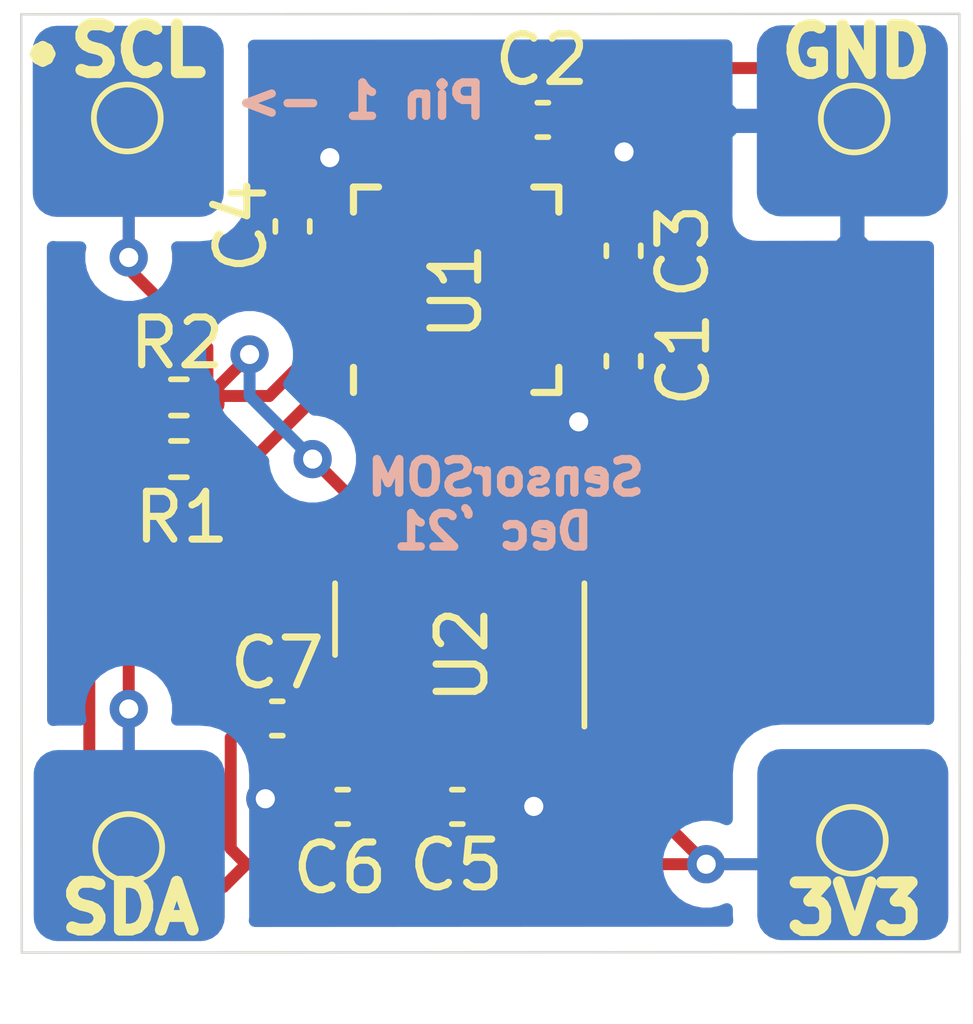
<source format=kicad_pcb>
(kicad_pcb (version 20171130) (host pcbnew "(5.1.10-1-10_14)")

  (general
    (thickness 1.6)
    (drawings 10)
    (tracks 103)
    (zones 0)
    (modules 19)
    (nets 16)
  )

  (page A4)
  (layers
    (0 F.Cu signal)
    (31 B.Cu signal)
    (32 B.Adhes user hide)
    (33 F.Adhes user hide)
    (34 B.Paste user hide)
    (35 F.Paste user hide)
    (36 B.SilkS user)
    (37 F.SilkS user)
    (38 B.Mask user hide)
    (39 F.Mask user hide)
    (40 Dwgs.User user hide)
    (41 Cmts.User user hide)
    (42 Eco1.User user hide)
    (43 Eco2.User user hide)
    (44 Edge.Cuts user)
    (45 Margin user hide)
    (46 B.CrtYd user hide)
    (47 F.CrtYd user hide)
    (48 B.Fab user hide)
    (49 F.Fab user)
  )

  (setup
    (last_trace_width 0.25)
    (trace_clearance 0.2)
    (zone_clearance 0.508)
    (zone_45_only no)
    (trace_min 0.2)
    (via_size 0.8)
    (via_drill 0.4)
    (via_min_size 0.4)
    (via_min_drill 0.3)
    (uvia_size 0.3)
    (uvia_drill 0.1)
    (uvias_allowed no)
    (uvia_min_size 0.2)
    (uvia_min_drill 0.1)
    (edge_width 0.05)
    (segment_width 0.2)
    (pcb_text_width 0.3)
    (pcb_text_size 1.5 1.5)
    (mod_edge_width 0.12)
    (mod_text_size 1 1)
    (mod_text_width 0.15)
    (pad_size 4 4)
    (pad_drill 0)
    (pad_to_mask_clearance 0)
    (aux_axis_origin 0 0)
    (visible_elements FFFFFF7F)
    (pcbplotparams
      (layerselection 0x010fc_ffffffff)
      (usegerberextensions false)
      (usegerberattributes true)
      (usegerberadvancedattributes true)
      (creategerberjobfile true)
      (excludeedgelayer true)
      (linewidth 0.100000)
      (plotframeref false)
      (viasonmask false)
      (mode 1)
      (useauxorigin false)
      (hpglpennumber 1)
      (hpglpenspeed 20)
      (hpglpendiameter 15.000000)
      (psnegative false)
      (psa4output false)
      (plotreference true)
      (plotvalue true)
      (plotinvisibletext false)
      (padsonsilk false)
      (subtractmaskfromsilk false)
      (outputformat 1)
      (mirror false)
      (drillshape 1)
      (scaleselection 1)
      (outputdirectory ""))
  )

  (net 0 "")
  (net 1 GND)
  (net 2 +3V3)
  (net 3 "Net-(C3-Pad1)")
  (net 4 "Net-(C4-Pad2)")
  (net 5 SDA)
  (net 6 SCL)
  (net 7 "Net-(U1-Pad1)")
  (net 8 "Net-(U1-Pad6)")
  (net 9 "Net-(U1-Pad7)")
  (net 10 "Net-(U1-Pad9)")
  (net 11 "Net-(U1-Pad11)")
  (net 12 "Net-(U1-Pad12)")
  (net 13 "Net-(C5-Pad1)")
  (net 14 "Net-(U2-Pad6)")
  (net 15 "Net-(U2-Pad5)")

  (net_class Default "This is the default net class."
    (clearance 0.2)
    (trace_width 0.25)
    (via_dia 0.8)
    (via_drill 0.4)
    (uvia_dia 0.3)
    (uvia_drill 0.1)
    (add_net +3V3)
    (add_net GND)
    (add_net "Net-(C3-Pad1)")
    (add_net "Net-(C4-Pad2)")
    (add_net "Net-(C5-Pad1)")
    (add_net "Net-(U1-Pad1)")
    (add_net "Net-(U1-Pad11)")
    (add_net "Net-(U1-Pad12)")
    (add_net "Net-(U1-Pad6)")
    (add_net "Net-(U1-Pad7)")
    (add_net "Net-(U1-Pad9)")
    (add_net "Net-(U2-Pad5)")
    (add_net "Net-(U2-Pad6)")
    (add_net SCL)
    (add_net SDA)
  )

  (module TestPoint:TestPoint_Pad_4.0x4.0mm (layer B.Cu) (tedit 61B2BAC3) (tstamp 61B31BD7)
    (at 114.28 71.42)
    (descr "SMD rectangular pad as test Point, square 4.0mm side length")
    (tags "test point SMD pad rectangle square")
    (path /61B3E554)
    (attr virtual)
    (fp_text reference TP4 (at 0 2.898) (layer B.SilkS) hide
      (effects (font (size 1 1) (thickness 0.15)) (justify mirror))
    )
    (fp_text value SCL (at -7.27 -3.96) (layer B.Fab) hide
      (effects (font (size 1 1) (thickness 0.15)) (justify mirror))
    )
    (fp_line (start 2.5 -2.5) (end -2.5 -2.5) (layer B.CrtYd) (width 0.05))
    (fp_line (start 2.5 -2.5) (end 2.5 2.5) (layer B.CrtYd) (width 0.05))
    (fp_line (start -2.5 2.5) (end -2.5 -2.5) (layer B.CrtYd) (width 0.05))
    (fp_line (start -2.5 2.5) (end 2.5 2.5) (layer B.CrtYd) (width 0.05))
    (fp_text user %R (at 0 2.9) (layer B.Fab)
      (effects (font (size 1 1) (thickness 0.15)) (justify mirror))
    )
    (pad 1 smd roundrect (at 0 0) (size 4 4) (layers B.Cu B.Paste B.Mask) (roundrect_rratio 0.125)
      (net 6 SCL))
  )

  (module Package_LGA:NXP_LGA-8_3x5mm_P1.25mm_H1.1mm (layer F.Cu) (tedit 5D9F7937) (tstamp 61B468A5)
    (at 121.22 82.59 90)
    (descr "NXP  LGA, 8 Pin (https://www.nxp.com/docs/en/data-sheet/MPL3115A2.pdf#page=42), generated with kicad-footprint-generator ipc_noLead_generator.py")
    (tags "NXP LGA NoLead")
    (path /61B65A26)
    (attr smd)
    (fp_text reference U2 (at 0 0.05 90) (layer F.SilkS)
      (effects (font (size 1 1) (thickness 0.15)))
    )
    (fp_text value MPL3115A2 (at 0 3.45 90) (layer F.Fab) hide
      (effects (font (size 1 1) (thickness 0.15)))
    )
    (fp_text user %R (at 0 0 90) (layer F.Fab)
      (effects (font (size 0.75 0.75) (thickness 0.11)))
    )
    (fp_line (start 0 -2.61) (end 1.5 -2.61) (layer F.SilkS) (width 0.12))
    (fp_line (start -1.5 2.61) (end 1.5 2.61) (layer F.SilkS) (width 0.12))
    (fp_line (start -0.75 -2.5) (end 1.5 -2.5) (layer F.Fab) (width 0.1))
    (fp_line (start 1.5 -2.5) (end 1.5 2.5) (layer F.Fab) (width 0.1))
    (fp_line (start 1.5 2.5) (end -1.5 2.5) (layer F.Fab) (width 0.1))
    (fp_line (start -1.5 2.5) (end -1.5 -1.75) (layer F.Fab) (width 0.1))
    (fp_line (start -1.5 -1.75) (end -0.75 -2.5) (layer F.Fab) (width 0.1))
    (fp_line (start -2 -2.75) (end -2 2.75) (layer F.CrtYd) (width 0.05))
    (fp_line (start -2 2.75) (end 2 2.75) (layer F.CrtYd) (width 0.05))
    (fp_line (start 2 2.75) (end 2 -2.75) (layer F.CrtYd) (width 0.05))
    (fp_line (start 2 -2.75) (end -2 -2.75) (layer F.CrtYd) (width 0.05))
    (pad 8 smd roundrect (at 1.15 -1.875 90) (size 1.2 0.5) (layers F.Cu F.Paste F.Mask) (roundrect_rratio 0.25)
      (net 6 SCL))
    (pad 7 smd roundrect (at 1.15 -0.625 90) (size 1.2 0.5) (layers F.Cu F.Paste F.Mask) (roundrect_rratio 0.25)
      (net 5 SDA))
    (pad 6 smd roundrect (at 1.15 0.625 90) (size 1.2 0.5) (layers F.Cu F.Paste F.Mask) (roundrect_rratio 0.25)
      (net 14 "Net-(U2-Pad6)"))
    (pad 5 smd roundrect (at 1.15 1.875 90) (size 1.2 0.5) (layers F.Cu F.Paste F.Mask) (roundrect_rratio 0.25)
      (net 15 "Net-(U2-Pad5)"))
    (pad 4 smd roundrect (at -1.15 1.875 90) (size 1.2 0.5) (layers F.Cu F.Paste F.Mask) (roundrect_rratio 0.25)
      (net 2 +3V3))
    (pad 3 smd roundrect (at -1.15 0.625 90) (size 1.2 0.5) (layers F.Cu F.Paste F.Mask) (roundrect_rratio 0.25)
      (net 1 GND))
    (pad 2 smd roundrect (at -1.15 -0.625 90) (size 1.2 0.5) (layers F.Cu F.Paste F.Mask) (roundrect_rratio 0.25)
      (net 13 "Net-(C5-Pad1)"))
    (pad 1 smd roundrect (at -1.15 -1.875 90) (size 1.2 0.5) (layers F.Cu F.Paste F.Mask) (roundrect_rratio 0.25)
      (net 2 +3V3))
    (model ${KISYS3DMOD}/Package_LGA.3dshapes/NXP_LGA-8_3x5mm_P1.25mm_H1.1mm.wrl
      (at (xyz 0 0 0))
      (scale (xyz 1 1 1))
      (rotate (xyz 0 0 0))
    )
  )

  (module TestPoint:TestPoint_Pad_D1.0mm (layer F.Cu) (tedit 5A0F774F) (tstamp 61B46811)
    (at 114.26 71.35)
    (descr "SMD pad as test Point, diameter 1.0mm")
    (tags "test point SMD pad")
    (path /61B7FE31)
    (attr virtual)
    (fp_text reference TP8 (at 0 -1.448) (layer F.SilkS) hide
      (effects (font (size 1 1) (thickness 0.15)))
    )
    (fp_text value SCL_PROBE (at 0 1.55) (layer F.Fab) hide
      (effects (font (size 1 1) (thickness 0.15)))
    )
    (fp_text user %R (at 0 -1.45) (layer F.Fab) hide
      (effects (font (size 1 1) (thickness 0.15)))
    )
    (fp_circle (center 0 0) (end 1 0) (layer F.CrtYd) (width 0.05))
    (fp_circle (center 0 0) (end 0 0.7) (layer F.SilkS) (width 0.12))
    (pad 1 smd circle (at 0 0) (size 1 1) (layers F.Cu F.Mask)
      (net 6 SCL))
  )

  (module TestPoint:TestPoint_Pad_D1.0mm (layer F.Cu) (tedit 5A0F774F) (tstamp 61B46809)
    (at 114.29 86.62)
    (descr "SMD pad as test Point, diameter 1.0mm")
    (tags "test point SMD pad")
    (path /61B7F4EF)
    (attr virtual)
    (fp_text reference TP7 (at 0 -1.448) (layer F.SilkS) hide
      (effects (font (size 1 1) (thickness 0.15)))
    )
    (fp_text value SDA_PROBE (at 0 1.55) (layer F.Fab) hide
      (effects (font (size 1 1) (thickness 0.15)))
    )
    (fp_text user %R (at 0 -1.45) (layer F.Fab) hide
      (effects (font (size 1 1) (thickness 0.15)))
    )
    (fp_circle (center 0 0) (end 1 0) (layer F.CrtYd) (width 0.05))
    (fp_circle (center 0 0) (end 0 0.7) (layer F.SilkS) (width 0.12))
    (pad 1 smd circle (at 0 0) (size 1 1) (layers F.Cu F.Mask)
      (net 5 SDA))
  )

  (module TestPoint:TestPoint_Pad_D1.0mm (layer F.Cu) (tedit 5A0F774F) (tstamp 61B46801)
    (at 129.48 71.37)
    (descr "SMD pad as test Point, diameter 1.0mm")
    (tags "test point SMD pad")
    (path /61B7CDF2)
    (attr virtual)
    (fp_text reference TP6 (at 0 -1.448) (layer F.SilkS) hide
      (effects (font (size 1 1) (thickness 0.15)))
    )
    (fp_text value GND_PROBE (at 0 1.55) (layer F.Fab) hide
      (effects (font (size 1 1) (thickness 0.15)))
    )
    (fp_text user %R (at 0 -1.45) (layer F.Fab) hide
      (effects (font (size 1 1) (thickness 0.15)))
    )
    (fp_circle (center 0 0) (end 1 0) (layer F.CrtYd) (width 0.05))
    (fp_circle (center 0 0) (end 0 0.7) (layer F.SilkS) (width 0.12))
    (pad 1 smd circle (at 0 0) (size 1 1) (layers F.Cu F.Mask)
      (net 1 GND))
  )

  (module TestPoint:TestPoint_Pad_D1.0mm (layer F.Cu) (tedit 5A0F774F) (tstamp 61B467F9)
    (at 129.44 86.47)
    (descr "SMD pad as test Point, diameter 1.0mm")
    (tags "test point SMD pad")
    (path /61B7C24E)
    (attr virtual)
    (fp_text reference TP5 (at 0 -1.448) (layer F.SilkS) hide
      (effects (font (size 1 1) (thickness 0.15)))
    )
    (fp_text value 3V_PROBE (at 0 1.55) (layer F.Fab) hide
      (effects (font (size 1 1) (thickness 0.15)))
    )
    (fp_text user %R (at 0 -1.45) (layer F.Fab) hide
      (effects (font (size 1 1) (thickness 0.15)))
    )
    (fp_circle (center 0 0) (end 1 0) (layer F.CrtYd) (width 0.05))
    (fp_circle (center 0 0) (end 0 0.7) (layer F.SilkS) (width 0.12))
    (pad 1 smd circle (at 0 0) (size 1 1) (layers F.Cu F.Mask)
      (net 2 +3V3))
  )

  (module Capacitor_SMD:C_0402_1005Metric_Pad0.74x0.62mm_HandSolder (layer F.Cu) (tedit 5F6BB22C) (tstamp 61B46789)
    (at 117.4 83.92)
    (descr "Capacitor SMD 0402 (1005 Metric), square (rectangular) end terminal, IPC_7351 nominal with elongated pad for handsoldering. (Body size source: IPC-SM-782 page 76, https://www.pcb-3d.com/wordpress/wp-content/uploads/ipc-sm-782a_amendment_1_and_2.pdf), generated with kicad-footprint-generator")
    (tags "capacitor handsolder")
    (path /61B677C7)
    (attr smd)
    (fp_text reference C7 (at 0 -1.16) (layer F.SilkS)
      (effects (font (size 1 1) (thickness 0.15)))
    )
    (fp_text value 100nF (at 0 1.16) (layer F.Fab) hide
      (effects (font (size 1 1) (thickness 0.15)))
    )
    (fp_text user %R (at 0 0) (layer F.Fab)
      (effects (font (size 0.25 0.25) (thickness 0.04)))
    )
    (fp_line (start -0.5 0.25) (end -0.5 -0.25) (layer F.Fab) (width 0.1))
    (fp_line (start -0.5 -0.25) (end 0.5 -0.25) (layer F.Fab) (width 0.1))
    (fp_line (start 0.5 -0.25) (end 0.5 0.25) (layer F.Fab) (width 0.1))
    (fp_line (start 0.5 0.25) (end -0.5 0.25) (layer F.Fab) (width 0.1))
    (fp_line (start -0.115835 -0.36) (end 0.115835 -0.36) (layer F.SilkS) (width 0.12))
    (fp_line (start -0.115835 0.36) (end 0.115835 0.36) (layer F.SilkS) (width 0.12))
    (fp_line (start -1.08 0.46) (end -1.08 -0.46) (layer F.CrtYd) (width 0.05))
    (fp_line (start -1.08 -0.46) (end 1.08 -0.46) (layer F.CrtYd) (width 0.05))
    (fp_line (start 1.08 -0.46) (end 1.08 0.46) (layer F.CrtYd) (width 0.05))
    (fp_line (start 1.08 0.46) (end -1.08 0.46) (layer F.CrtYd) (width 0.05))
    (pad 2 smd roundrect (at 0.5675 0) (size 0.735 0.62) (layers F.Cu F.Paste F.Mask) (roundrect_rratio 0.25)
      (net 1 GND))
    (pad 1 smd roundrect (at -0.5675 0) (size 0.735 0.62) (layers F.Cu F.Paste F.Mask) (roundrect_rratio 0.25)
      (net 2 +3V3))
    (model ${KISYS3DMOD}/Capacitor_SMD.3dshapes/C_0402_1005Metric.wrl
      (at (xyz 0 0 0))
      (scale (xyz 1 1 1))
      (rotate (xyz 0 0 0))
    )
  )

  (module Capacitor_SMD:C_0402_1005Metric_Pad0.74x0.62mm_HandSolder (layer F.Cu) (tedit 5F6BB22C) (tstamp 61B46778)
    (at 118.77 85.77)
    (descr "Capacitor SMD 0402 (1005 Metric), square (rectangular) end terminal, IPC_7351 nominal with elongated pad for handsoldering. (Body size source: IPC-SM-782 page 76, https://www.pcb-3d.com/wordpress/wp-content/uploads/ipc-sm-782a_amendment_1_and_2.pdf), generated with kicad-footprint-generator")
    (tags "capacitor handsolder")
    (path /61B6AA4A)
    (attr smd)
    (fp_text reference C6 (at -0.06 1.28) (layer F.SilkS)
      (effects (font (size 1 1) (thickness 0.15)))
    )
    (fp_text value 10uF (at 0 1.16) (layer F.Fab) hide
      (effects (font (size 1 1) (thickness 0.15)))
    )
    (fp_text user %R (at 0 0) (layer F.Fab)
      (effects (font (size 0.25 0.25) (thickness 0.04)))
    )
    (fp_line (start -0.5 0.25) (end -0.5 -0.25) (layer F.Fab) (width 0.1))
    (fp_line (start -0.5 -0.25) (end 0.5 -0.25) (layer F.Fab) (width 0.1))
    (fp_line (start 0.5 -0.25) (end 0.5 0.25) (layer F.Fab) (width 0.1))
    (fp_line (start 0.5 0.25) (end -0.5 0.25) (layer F.Fab) (width 0.1))
    (fp_line (start -0.115835 -0.36) (end 0.115835 -0.36) (layer F.SilkS) (width 0.12))
    (fp_line (start -0.115835 0.36) (end 0.115835 0.36) (layer F.SilkS) (width 0.12))
    (fp_line (start -1.08 0.46) (end -1.08 -0.46) (layer F.CrtYd) (width 0.05))
    (fp_line (start -1.08 -0.46) (end 1.08 -0.46) (layer F.CrtYd) (width 0.05))
    (fp_line (start 1.08 -0.46) (end 1.08 0.46) (layer F.CrtYd) (width 0.05))
    (fp_line (start 1.08 0.46) (end -1.08 0.46) (layer F.CrtYd) (width 0.05))
    (pad 2 smd roundrect (at 0.5675 0) (size 0.735 0.62) (layers F.Cu F.Paste F.Mask) (roundrect_rratio 0.25)
      (net 2 +3V3))
    (pad 1 smd roundrect (at -0.5675 0) (size 0.735 0.62) (layers F.Cu F.Paste F.Mask) (roundrect_rratio 0.25)
      (net 1 GND))
    (model ${KISYS3DMOD}/Capacitor_SMD.3dshapes/C_0402_1005Metric.wrl
      (at (xyz 0 0 0))
      (scale (xyz 1 1 1))
      (rotate (xyz 0 0 0))
    )
  )

  (module Capacitor_SMD:C_0402_1005Metric_Pad0.74x0.62mm_HandSolder (layer F.Cu) (tedit 5F6BB22C) (tstamp 61B46767)
    (at 121.17 85.77)
    (descr "Capacitor SMD 0402 (1005 Metric), square (rectangular) end terminal, IPC_7351 nominal with elongated pad for handsoldering. (Body size source: IPC-SM-782 page 76, https://www.pcb-3d.com/wordpress/wp-content/uploads/ipc-sm-782a_amendment_1_and_2.pdf), generated with kicad-footprint-generator")
    (tags "capacitor handsolder")
    (path /61B68819)
    (attr smd)
    (fp_text reference C5 (at -0.02 1.22) (layer F.SilkS)
      (effects (font (size 1 1) (thickness 0.15)))
    )
    (fp_text value 100nF (at 0 1.16) (layer F.Fab) hide
      (effects (font (size 1 1) (thickness 0.15)))
    )
    (fp_text user %R (at 0 0) (layer F.Fab)
      (effects (font (size 0.25 0.25) (thickness 0.04)))
    )
    (fp_line (start -0.5 0.25) (end -0.5 -0.25) (layer F.Fab) (width 0.1))
    (fp_line (start -0.5 -0.25) (end 0.5 -0.25) (layer F.Fab) (width 0.1))
    (fp_line (start 0.5 -0.25) (end 0.5 0.25) (layer F.Fab) (width 0.1))
    (fp_line (start 0.5 0.25) (end -0.5 0.25) (layer F.Fab) (width 0.1))
    (fp_line (start -0.115835 -0.36) (end 0.115835 -0.36) (layer F.SilkS) (width 0.12))
    (fp_line (start -0.115835 0.36) (end 0.115835 0.36) (layer F.SilkS) (width 0.12))
    (fp_line (start -1.08 0.46) (end -1.08 -0.46) (layer F.CrtYd) (width 0.05))
    (fp_line (start -1.08 -0.46) (end 1.08 -0.46) (layer F.CrtYd) (width 0.05))
    (fp_line (start 1.08 -0.46) (end 1.08 0.46) (layer F.CrtYd) (width 0.05))
    (fp_line (start 1.08 0.46) (end -1.08 0.46) (layer F.CrtYd) (width 0.05))
    (pad 2 smd roundrect (at 0.5675 0) (size 0.735 0.62) (layers F.Cu F.Paste F.Mask) (roundrect_rratio 0.25)
      (net 1 GND))
    (pad 1 smd roundrect (at -0.5675 0) (size 0.735 0.62) (layers F.Cu F.Paste F.Mask) (roundrect_rratio 0.25)
      (net 13 "Net-(C5-Pad1)"))
    (model ${KISYS3DMOD}/Capacitor_SMD.3dshapes/C_0402_1005Metric.wrl
      (at (xyz 0 0 0))
      (scale (xyz 1 1 1))
      (rotate (xyz 0 0 0))
    )
  )

  (module Capacitor_SMD:C_0402_1005Metric_Pad0.74x0.62mm_HandSolder (layer F.Cu) (tedit 5F6BB22C) (tstamp 61B32CA5)
    (at 124.65 76.44 270)
    (descr "Capacitor SMD 0402 (1005 Metric), square (rectangular) end terminal, IPC_7351 nominal with elongated pad for handsoldering. (Body size source: IPC-SM-782 page 76, https://www.pcb-3d.com/wordpress/wp-content/uploads/ipc-sm-782a_amendment_1_and_2.pdf), generated with kicad-footprint-generator")
    (tags "capacitor handsolder")
    (path /61B42EEA)
    (attr smd)
    (fp_text reference C1 (at -0.04 -1.26 90) (layer F.SilkS)
      (effects (font (size 1 1) (thickness 0.15)))
    )
    (fp_text value 10nF (at 0 1.16 90) (layer F.Fab) hide
      (effects (font (size 1 1) (thickness 0.15)))
    )
    (fp_line (start 1.08 0.46) (end -1.08 0.46) (layer F.CrtYd) (width 0.05))
    (fp_line (start 1.08 -0.46) (end 1.08 0.46) (layer F.CrtYd) (width 0.05))
    (fp_line (start -1.08 -0.46) (end 1.08 -0.46) (layer F.CrtYd) (width 0.05))
    (fp_line (start -1.08 0.46) (end -1.08 -0.46) (layer F.CrtYd) (width 0.05))
    (fp_line (start -0.115835 0.36) (end 0.115835 0.36) (layer F.SilkS) (width 0.12))
    (fp_line (start -0.115835 -0.36) (end 0.115835 -0.36) (layer F.SilkS) (width 0.12))
    (fp_line (start 0.5 0.25) (end -0.5 0.25) (layer F.Fab) (width 0.1))
    (fp_line (start 0.5 -0.25) (end 0.5 0.25) (layer F.Fab) (width 0.1))
    (fp_line (start -0.5 -0.25) (end 0.5 -0.25) (layer F.Fab) (width 0.1))
    (fp_line (start -0.5 0.25) (end -0.5 -0.25) (layer F.Fab) (width 0.1))
    (fp_text user %R (at 0 0 90) (layer F.Fab)
      (effects (font (size 0.25 0.25) (thickness 0.04)))
    )
    (pad 2 smd roundrect (at 0.5675 0 270) (size 0.735 0.62) (layers F.Cu F.Paste F.Mask) (roundrect_rratio 0.25)
      (net 1 GND))
    (pad 1 smd roundrect (at -0.5675 0 270) (size 0.735 0.62) (layers F.Cu F.Paste F.Mask) (roundrect_rratio 0.25)
      (net 2 +3V3))
    (model ${KISYS3DMOD}/Capacitor_SMD.3dshapes/C_0402_1005Metric.wrl
      (at (xyz 0 0 0))
      (scale (xyz 1 1 1))
      (rotate (xyz 0 0 0))
    )
  )

  (module Capacitor_SMD:C_0402_1005Metric_Pad0.74x0.62mm_HandSolder (layer F.Cu) (tedit 5F6BB22C) (tstamp 61B32D05)
    (at 122.96 71.39 180)
    (descr "Capacitor SMD 0402 (1005 Metric), square (rectangular) end terminal, IPC_7351 nominal with elongated pad for handsoldering. (Body size source: IPC-SM-782 page 76, https://www.pcb-3d.com/wordpress/wp-content/uploads/ipc-sm-782a_amendment_1_and_2.pdf), generated with kicad-footprint-generator")
    (tags "capacitor handsolder")
    (path /61B4077A)
    (attr smd)
    (fp_text reference C2 (at 0.02 1.26) (layer F.SilkS)
      (effects (font (size 1 1) (thickness 0.15)))
    )
    (fp_text value 0.1uF (at 0 1.16) (layer F.Fab) hide
      (effects (font (size 1 1) (thickness 0.15)))
    )
    (fp_line (start 1.08 0.46) (end -1.08 0.46) (layer F.CrtYd) (width 0.05))
    (fp_line (start 1.08 -0.46) (end 1.08 0.46) (layer F.CrtYd) (width 0.05))
    (fp_line (start -1.08 -0.46) (end 1.08 -0.46) (layer F.CrtYd) (width 0.05))
    (fp_line (start -1.08 0.46) (end -1.08 -0.46) (layer F.CrtYd) (width 0.05))
    (fp_line (start -0.115835 0.36) (end 0.115835 0.36) (layer F.SilkS) (width 0.12))
    (fp_line (start -0.115835 -0.36) (end 0.115835 -0.36) (layer F.SilkS) (width 0.12))
    (fp_line (start 0.5 0.25) (end -0.5 0.25) (layer F.Fab) (width 0.1))
    (fp_line (start 0.5 -0.25) (end 0.5 0.25) (layer F.Fab) (width 0.1))
    (fp_line (start -0.5 -0.25) (end 0.5 -0.25) (layer F.Fab) (width 0.1))
    (fp_line (start -0.5 0.25) (end -0.5 -0.25) (layer F.Fab) (width 0.1))
    (fp_text user %R (at 0 0) (layer F.Fab)
      (effects (font (size 0.25 0.25) (thickness 0.04)))
    )
    (pad 2 smd roundrect (at 0.5675 0 180) (size 0.735 0.62) (layers F.Cu F.Paste F.Mask) (roundrect_rratio 0.25)
      (net 2 +3V3))
    (pad 1 smd roundrect (at -0.5675 0 180) (size 0.735 0.62) (layers F.Cu F.Paste F.Mask) (roundrect_rratio 0.25)
      (net 1 GND))
    (model ${KISYS3DMOD}/Capacitor_SMD.3dshapes/C_0402_1005Metric.wrl
      (at (xyz 0 0 0))
      (scale (xyz 1 1 1))
      (rotate (xyz 0 0 0))
    )
  )

  (module Capacitor_SMD:C_0402_1005Metric_Pad0.74x0.62mm_HandSolder (layer F.Cu) (tedit 5F6BB22C) (tstamp 61B32CD5)
    (at 124.65 74.13 90)
    (descr "Capacitor SMD 0402 (1005 Metric), square (rectangular) end terminal, IPC_7351 nominal with elongated pad for handsoldering. (Body size source: IPC-SM-782 page 76, https://www.pcb-3d.com/wordpress/wp-content/uploads/ipc-sm-782a_amendment_1_and_2.pdf), generated with kicad-footprint-generator")
    (tags "capacitor handsolder")
    (path /61B3FB2A)
    (attr smd)
    (fp_text reference C3 (at -0.01 1.24 90) (layer F.SilkS)
      (effects (font (size 1 1) (thickness 0.15)))
    )
    (fp_text value 0.1uF (at 0 1.16 90) (layer F.Fab) hide
      (effects (font (size 1 1) (thickness 0.15)))
    )
    (fp_line (start -0.5 0.25) (end -0.5 -0.25) (layer F.Fab) (width 0.1))
    (fp_line (start -0.5 -0.25) (end 0.5 -0.25) (layer F.Fab) (width 0.1))
    (fp_line (start 0.5 -0.25) (end 0.5 0.25) (layer F.Fab) (width 0.1))
    (fp_line (start 0.5 0.25) (end -0.5 0.25) (layer F.Fab) (width 0.1))
    (fp_line (start -0.115835 -0.36) (end 0.115835 -0.36) (layer F.SilkS) (width 0.12))
    (fp_line (start -0.115835 0.36) (end 0.115835 0.36) (layer F.SilkS) (width 0.12))
    (fp_line (start -1.08 0.46) (end -1.08 -0.46) (layer F.CrtYd) (width 0.05))
    (fp_line (start -1.08 -0.46) (end 1.08 -0.46) (layer F.CrtYd) (width 0.05))
    (fp_line (start 1.08 -0.46) (end 1.08 0.46) (layer F.CrtYd) (width 0.05))
    (fp_line (start 1.08 0.46) (end -1.08 0.46) (layer F.CrtYd) (width 0.05))
    (fp_text user %R (at 0 0 90) (layer F.Fab)
      (effects (font (size 0.25 0.25) (thickness 0.04)))
    )
    (pad 1 smd roundrect (at -0.5675 0 90) (size 0.735 0.62) (layers F.Cu F.Paste F.Mask) (roundrect_rratio 0.25)
      (net 3 "Net-(C3-Pad1)"))
    (pad 2 smd roundrect (at 0.5675 0 90) (size 0.735 0.62) (layers F.Cu F.Paste F.Mask) (roundrect_rratio 0.25)
      (net 1 GND))
    (model ${KISYS3DMOD}/Capacitor_SMD.3dshapes/C_0402_1005Metric.wrl
      (at (xyz 0 0 0))
      (scale (xyz 1 1 1))
      (rotate (xyz 0 0 0))
    )
  )

  (module Capacitor_SMD:C_0402_1005Metric_Pad0.74x0.62mm_HandSolder (layer F.Cu) (tedit 5F6BB22C) (tstamp 61B32DEF)
    (at 117.72 73.62 270)
    (descr "Capacitor SMD 0402 (1005 Metric), square (rectangular) end terminal, IPC_7351 nominal with elongated pad for handsoldering. (Body size source: IPC-SM-782 page 76, https://www.pcb-3d.com/wordpress/wp-content/uploads/ipc-sm-782a_amendment_1_and_2.pdf), generated with kicad-footprint-generator")
    (tags "capacitor handsolder")
    (path /61B41AD1)
    (attr smd)
    (fp_text reference C4 (at -0.01 1.08 90) (layer F.SilkS)
      (effects (font (size 1 1) (thickness 0.15)))
    )
    (fp_text value 2.2nF (at 0 1.16 90) (layer F.Fab) hide
      (effects (font (size 1 1) (thickness 0.15)))
    )
    (fp_line (start -0.5 0.25) (end -0.5 -0.25) (layer F.Fab) (width 0.1))
    (fp_line (start -0.5 -0.25) (end 0.5 -0.25) (layer F.Fab) (width 0.1))
    (fp_line (start 0.5 -0.25) (end 0.5 0.25) (layer F.Fab) (width 0.1))
    (fp_line (start 0.5 0.25) (end -0.5 0.25) (layer F.Fab) (width 0.1))
    (fp_line (start -0.115835 -0.36) (end 0.115835 -0.36) (layer F.SilkS) (width 0.12))
    (fp_line (start -0.115835 0.36) (end 0.115835 0.36) (layer F.SilkS) (width 0.12))
    (fp_line (start -1.08 0.46) (end -1.08 -0.46) (layer F.CrtYd) (width 0.05))
    (fp_line (start -1.08 -0.46) (end 1.08 -0.46) (layer F.CrtYd) (width 0.05))
    (fp_line (start 1.08 -0.46) (end 1.08 0.46) (layer F.CrtYd) (width 0.05))
    (fp_line (start 1.08 0.46) (end -1.08 0.46) (layer F.CrtYd) (width 0.05))
    (fp_text user %R (at 0 0 90) (layer F.Fab)
      (effects (font (size 0.25 0.25) (thickness 0.04)))
    )
    (pad 1 smd roundrect (at -0.5675 0 270) (size 0.735 0.62) (layers F.Cu F.Paste F.Mask) (roundrect_rratio 0.25)
      (net 1 GND))
    (pad 2 smd roundrect (at 0.5675 0 270) (size 0.735 0.62) (layers F.Cu F.Paste F.Mask) (roundrect_rratio 0.25)
      (net 4 "Net-(C4-Pad2)"))
    (model ${KISYS3DMOD}/Capacitor_SMD.3dshapes/C_0402_1005Metric.wrl
      (at (xyz 0 0 0))
      (scale (xyz 1 1 1))
      (rotate (xyz 0 0 0))
    )
  )

  (module Resistor_SMD:R_0402_1005Metric_Pad0.72x0.64mm_HandSolder (layer F.Cu) (tedit 5F6BB9E0) (tstamp 61B31B9E)
    (at 115.34 78.49 180)
    (descr "Resistor SMD 0402 (1005 Metric), square (rectangular) end terminal, IPC_7351 nominal with elongated pad for handsoldering. (Body size source: IPC-SM-782 page 72, https://www.pcb-3d.com/wordpress/wp-content/uploads/ipc-sm-782a_amendment_1_and_2.pdf), generated with kicad-footprint-generator")
    (tags "resistor handsolder")
    (path /61B2F952)
    (attr smd)
    (fp_text reference R1 (at -0.06 -1.22) (layer F.SilkS)
      (effects (font (size 1 1) (thickness 0.15)))
    )
    (fp_text value 1K (at -9.725001 -1.575001) (layer F.Fab) hide
      (effects (font (size 1 1) (thickness 0.15)))
    )
    (fp_line (start -0.525 0.27) (end -0.525 -0.27) (layer F.Fab) (width 0.1))
    (fp_line (start -0.525 -0.27) (end 0.525 -0.27) (layer F.Fab) (width 0.1))
    (fp_line (start 0.525 -0.27) (end 0.525 0.27) (layer F.Fab) (width 0.1))
    (fp_line (start 0.525 0.27) (end -0.525 0.27) (layer F.Fab) (width 0.1))
    (fp_line (start -0.167621 -0.38) (end 0.167621 -0.38) (layer F.SilkS) (width 0.12))
    (fp_line (start -0.167621 0.38) (end 0.167621 0.38) (layer F.SilkS) (width 0.12))
    (fp_line (start -1.1 0.47) (end -1.1 -0.47) (layer F.CrtYd) (width 0.05))
    (fp_line (start -1.1 -0.47) (end 1.1 -0.47) (layer F.CrtYd) (width 0.05))
    (fp_line (start 1.1 -0.47) (end 1.1 0.47) (layer F.CrtYd) (width 0.05))
    (fp_line (start 1.1 0.47) (end -1.1 0.47) (layer F.CrtYd) (width 0.05))
    (fp_text user %R (at 0 0) (layer F.Fab)
      (effects (font (size 0.26 0.26) (thickness 0.04)))
    )
    (pad 1 smd roundrect (at -0.5975 0 180) (size 0.715 0.64) (layers F.Cu F.Paste F.Mask) (roundrect_rratio 0.25)
      (net 5 SDA))
    (pad 2 smd roundrect (at 0.5975 0 180) (size 0.715 0.64) (layers F.Cu F.Paste F.Mask) (roundrect_rratio 0.25)
      (net 2 +3V3))
    (model ${KISYS3DMOD}/Resistor_SMD.3dshapes/R_0402_1005Metric.wrl
      (at (xyz 0 0 0))
      (scale (xyz 1 1 1))
      (rotate (xyz 0 0 0))
    )
  )

  (module Resistor_SMD:R_0402_1005Metric_Pad0.72x0.64mm_HandSolder (layer F.Cu) (tedit 5F6BB9E0) (tstamp 61B31BAF)
    (at 115.34 77.2)
    (descr "Resistor SMD 0402 (1005 Metric), square (rectangular) end terminal, IPC_7351 nominal with elongated pad for handsoldering. (Body size source: IPC-SM-782 page 72, https://www.pcb-3d.com/wordpress/wp-content/uploads/ipc-sm-782a_amendment_1_and_2.pdf), generated with kicad-footprint-generator")
    (tags "resistor handsolder")
    (path /61B320BE)
    (attr smd)
    (fp_text reference R2 (at -0.04 -1.14) (layer F.SilkS)
      (effects (font (size 1 1) (thickness 0.15)))
    )
    (fp_text value 1K (at -8.995001 6.284999) (layer F.Fab) hide
      (effects (font (size 1 1) (thickness 0.15)))
    )
    (fp_line (start 1.1 0.47) (end -1.1 0.47) (layer F.CrtYd) (width 0.05))
    (fp_line (start 1.1 -0.47) (end 1.1 0.47) (layer F.CrtYd) (width 0.05))
    (fp_line (start -1.1 -0.47) (end 1.1 -0.47) (layer F.CrtYd) (width 0.05))
    (fp_line (start -1.1 0.47) (end -1.1 -0.47) (layer F.CrtYd) (width 0.05))
    (fp_line (start -0.167621 0.38) (end 0.167621 0.38) (layer F.SilkS) (width 0.12))
    (fp_line (start -0.167621 -0.38) (end 0.167621 -0.38) (layer F.SilkS) (width 0.12))
    (fp_line (start 0.525 0.27) (end -0.525 0.27) (layer F.Fab) (width 0.1))
    (fp_line (start 0.525 -0.27) (end 0.525 0.27) (layer F.Fab) (width 0.1))
    (fp_line (start -0.525 -0.27) (end 0.525 -0.27) (layer F.Fab) (width 0.1))
    (fp_line (start -0.525 0.27) (end -0.525 -0.27) (layer F.Fab) (width 0.1))
    (fp_text user %R (at 0 0) (layer F.Fab)
      (effects (font (size 0.26 0.26) (thickness 0.04)))
    )
    (pad 2 smd roundrect (at 0.5975 0) (size 0.715 0.64) (layers F.Cu F.Paste F.Mask) (roundrect_rratio 0.25)
      (net 6 SCL))
    (pad 1 smd roundrect (at -0.5975 0) (size 0.715 0.64) (layers F.Cu F.Paste F.Mask) (roundrect_rratio 0.25)
      (net 2 +3V3))
    (model ${KISYS3DMOD}/Resistor_SMD.3dshapes/R_0402_1005Metric.wrl
      (at (xyz 0 0 0))
      (scale (xyz 1 1 1))
      (rotate (xyz 0 0 0))
    )
  )

  (module TestPoint:TestPoint_Pad_4.0x4.0mm (layer B.Cu) (tedit 61B2BAC3) (tstamp 61B31BB9)
    (at 129.44 71.41)
    (descr "SMD rectangular pad as test Point, square 4.0mm side length")
    (tags "test point SMD pad rectangle square")
    (path /61B3EC8F)
    (attr virtual)
    (fp_text reference TP1 (at 0 2.898) (layer B.SilkS) hide
      (effects (font (size 1 1) (thickness 0.15)) (justify mirror))
    )
    (fp_text value GND (at 0 -3.1) (layer B.Fab) hide
      (effects (font (size 1 1) (thickness 0.15)) (justify mirror))
    )
    (fp_line (start -2.5 2.5) (end 2.5 2.5) (layer B.CrtYd) (width 0.05))
    (fp_line (start -2.5 2.5) (end -2.5 -2.5) (layer B.CrtYd) (width 0.05))
    (fp_line (start 2.5 -2.5) (end 2.5 2.5) (layer B.CrtYd) (width 0.05))
    (fp_line (start 2.5 -2.5) (end -2.5 -2.5) (layer B.CrtYd) (width 0.05))
    (fp_text user %R (at 0 2.9) (layer B.Fab)
      (effects (font (size 1 1) (thickness 0.15)) (justify mirror))
    )
    (pad 1 smd roundrect (at 0 0) (size 4 4) (layers B.Cu B.Paste B.Mask) (roundrect_rratio 0.125)
      (net 1 GND))
  )

  (module TestPoint:TestPoint_Pad_4.0x4.0mm (layer B.Cu) (tedit 61B2BAC3) (tstamp 61B46A2D)
    (at 129.45 86.56)
    (descr "SMD rectangular pad as test Point, square 4.0mm side length")
    (tags "test point SMD pad rectangle square")
    (path /61B3A0EC)
    (attr virtual)
    (fp_text reference TP2 (at 3.92 0.02) (layer B.SilkS) hide
      (effects (font (size 1 1) (thickness 0.15)) (justify mirror))
    )
    (fp_text value 3V3 (at 0 -3.1) (layer B.Fab) hide
      (effects (font (size 1 1) (thickness 0.15)) (justify mirror))
    )
    (fp_line (start -2.5 2.5) (end 2.5 2.5) (layer B.CrtYd) (width 0.05))
    (fp_line (start -2.5 2.5) (end -2.5 -2.5) (layer B.CrtYd) (width 0.05))
    (fp_line (start 2.5 -2.5) (end 2.5 2.5) (layer B.CrtYd) (width 0.05))
    (fp_line (start 2.5 -2.5) (end -2.5 -2.5) (layer B.CrtYd) (width 0.05))
    (fp_text user %R (at 0 2.9) (layer B.Fab) hide
      (effects (font (size 1 1) (thickness 0.15)) (justify mirror))
    )
    (pad 1 smd roundrect (at 0 0) (size 4 4) (layers B.Cu B.Paste B.Mask) (roundrect_rratio 0.125)
      (net 2 +3V3))
  )

  (module TestPoint:TestPoint_Pad_4.0x4.0mm (layer B.Cu) (tedit 61B2BAC3) (tstamp 61B31BCD)
    (at 114.3 86.58)
    (descr "SMD rectangular pad as test Point, square 4.0mm side length")
    (tags "test point SMD pad rectangle square")
    (path /61B38BDC)
    (attr virtual)
    (fp_text reference TP3 (at 0 2.898) (layer B.SilkS) hide
      (effects (font (size 1 1) (thickness 0.15)) (justify mirror))
    )
    (fp_text value SDA (at -7.77 -1.19) (layer B.Fab) hide
      (effects (font (size 1 1) (thickness 0.15)) (justify mirror))
    )
    (fp_line (start 2.5 -2.5) (end -2.5 -2.5) (layer B.CrtYd) (width 0.05))
    (fp_line (start 2.5 -2.5) (end 2.5 2.5) (layer B.CrtYd) (width 0.05))
    (fp_line (start -2.5 2.5) (end -2.5 -2.5) (layer B.CrtYd) (width 0.05))
    (fp_line (start -2.5 2.5) (end 2.5 2.5) (layer B.CrtYd) (width 0.05))
    (fp_text user %R (at 0 2.9) (layer B.Fab)
      (effects (font (size 1 1) (thickness 0.15)) (justify mirror))
    )
    (pad 1 smd roundrect (at 0 0) (size 4 4) (layers B.Cu B.Paste B.Mask) (roundrect_rratio 0.125)
      (net 5 SDA))
  )

  (module Sensor_Motion:InvenSense_QFN-24_4x4mm_P0.5mm (layer F.Cu) (tedit 5B5A6D8E) (tstamp 61B32D63)
    (at 121.145001 74.944999 90)
    (descr "24-Lead Plastic QFN (4mm x 4mm); Pitch 0.5mm; EP 2.7x2.6mm; for InvenSense motion sensors; keepout area marked (Package see: https://store.invensense.com/datasheets/invensense/MPU-6050_DataSheet_V3%204.pdf; See also https://www.invensense.com/wp-content/uploads/2015/02/InvenSense-MEMS-Handling.pdf)")
    (tags "QFN 0.5")
    (path /61B2DBCF)
    (attr smd)
    (fp_text reference U1 (at -0.035001 -0.005001 90) (layer F.SilkS)
      (effects (font (size 1 1) (thickness 0.15)))
    )
    (fp_text value MPU-6050 (at 4.654999 3.814999 90) (layer F.Fab) hide
      (effects (font (size 1 1) (thickness 0.15)))
    )
    (fp_line (start -1 -2) (end 2 -2) (layer F.Fab) (width 0.15))
    (fp_line (start 2 -2) (end 2 2) (layer F.Fab) (width 0.15))
    (fp_line (start 2 2) (end -2 2) (layer F.Fab) (width 0.15))
    (fp_line (start -2 2) (end -2 -1) (layer F.Fab) (width 0.15))
    (fp_line (start -2 -1) (end -1 -2) (layer F.Fab) (width 0.15))
    (fp_line (start -2.65 -2.65) (end -2.65 2.65) (layer F.CrtYd) (width 0.05))
    (fp_line (start 2.65 -2.65) (end 2.65 2.65) (layer F.CrtYd) (width 0.05))
    (fp_line (start -2.65 -2.65) (end 2.65 -2.65) (layer F.CrtYd) (width 0.05))
    (fp_line (start -2.65 2.65) (end 2.65 2.65) (layer F.CrtYd) (width 0.05))
    (fp_line (start 2.15 -2.15) (end 2.15 -1.625) (layer F.SilkS) (width 0.15))
    (fp_line (start -2.15 2.15) (end -2.15 1.625) (layer F.SilkS) (width 0.15))
    (fp_line (start 2.15 2.15) (end 2.15 1.625) (layer F.SilkS) (width 0.15))
    (fp_line (start -2.15 -2.15) (end -1.625 -2.15) (layer F.SilkS) (width 0.15))
    (fp_line (start -2.15 2.15) (end -1.625 2.15) (layer F.SilkS) (width 0.15))
    (fp_line (start 2.15 2.15) (end 1.625 2.15) (layer F.SilkS) (width 0.15))
    (fp_line (start 2.15 -2.15) (end 1.625 -2.15) (layer F.SilkS) (width 0.15))
    (fp_line (start 1.375 1.325) (end 1.375 -1.325) (layer Dwgs.User) (width 0.05))
    (fp_line (start -1.375 1.325) (end -1.375 -1.325) (layer Dwgs.User) (width 0.05))
    (fp_line (start 1.375 -1.325) (end -1.375 -1.325) (layer Dwgs.User) (width 0.05))
    (fp_line (start 1.375 1.325) (end -1.375 1.325) (layer Dwgs.User) (width 0.05))
    (fp_line (start 1.375 0.825) (end 0.875 1.325) (layer Dwgs.User) (width 0.05))
    (fp_line (start 1.375 0.325) (end 0.375 1.325) (layer Dwgs.User) (width 0.05))
    (fp_line (start 1.375 -0.175) (end -0.125 1.325) (layer Dwgs.User) (width 0.05))
    (fp_line (start 1.375 -0.675) (end -0.625 1.325) (layer Dwgs.User) (width 0.05))
    (fp_line (start 1.375 -1.175) (end -1.125 1.325) (layer Dwgs.User) (width 0.05))
    (fp_line (start 1.025 -1.325) (end -1.375 1.075) (layer Dwgs.User) (width 0.05))
    (fp_line (start 0.525 -1.325) (end -1.375 0.575) (layer Dwgs.User) (width 0.05))
    (fp_line (start 0.025 -1.325) (end -1.375 0.075) (layer Dwgs.User) (width 0.05))
    (fp_line (start -0.475 -1.325) (end -1.375 -0.425) (layer Dwgs.User) (width 0.05))
    (fp_line (start -0.975 -1.325) (end -1.375 -0.925) (layer Dwgs.User) (width 0.05))
    (fp_text user %R (at 0 0 90) (layer F.Fab)
      (effects (font (size 1 1) (thickness 0.15)))
    )
    (fp_text user KEEPOUT (at 0 -0.5 90) (layer Cmts.User)
      (effects (font (size 0.2 0.2) (thickness 0.04)))
    )
    (fp_text user "No Copper" (at 0 -0.1 90) (layer Cmts.User)
      (effects (font (size 0.2 0.2) (thickness 0.04)))
    )
    (fp_text user "Directly Below" (at 0 0.25 90) (layer Cmts.User)
      (effects (font (size 0.2 0.2) (thickness 0.04)))
    )
    (fp_text user Component (at 0 0.55 90) (layer Cmts.User)
      (effects (font (size 0.2 0.2) (thickness 0.04)))
    )
    (pad 1 smd roundrect (at -1.95 -1.25 90) (size 0.85 0.3) (layers F.Cu F.Paste F.Mask) (roundrect_rratio 0.25)
      (net 7 "Net-(U1-Pad1)"))
    (pad 2 smd roundrect (at -1.95 -0.75 90) (size 0.85 0.3) (layers F.Cu F.Paste F.Mask) (roundrect_rratio 0.25))
    (pad 3 smd roundrect (at -1.95 -0.25 90) (size 0.85 0.3) (layers F.Cu F.Paste F.Mask) (roundrect_rratio 0.25))
    (pad 4 smd roundrect (at -1.95 0.25 90) (size 0.85 0.3) (layers F.Cu F.Paste F.Mask) (roundrect_rratio 0.25))
    (pad 5 smd roundrect (at -1.95 0.75 90) (size 0.85 0.3) (layers F.Cu F.Paste F.Mask) (roundrect_rratio 0.25))
    (pad 6 smd roundrect (at -1.95 1.25 90) (size 0.85 0.3) (layers F.Cu F.Paste F.Mask) (roundrect_rratio 0.25)
      (net 8 "Net-(U1-Pad6)"))
    (pad 7 smd roundrect (at -1.25 1.95 180) (size 0.85 0.3) (layers F.Cu F.Paste F.Mask) (roundrect_rratio 0.25)
      (net 9 "Net-(U1-Pad7)"))
    (pad 8 smd roundrect (at -0.75 1.95 180) (size 0.85 0.3) (layers F.Cu F.Paste F.Mask) (roundrect_rratio 0.25)
      (net 2 +3V3))
    (pad 9 smd roundrect (at -0.25 1.95 180) (size 0.85 0.3) (layers F.Cu F.Paste F.Mask) (roundrect_rratio 0.25)
      (net 10 "Net-(U1-Pad9)"))
    (pad 10 smd roundrect (at 0.25 1.95 180) (size 0.85 0.3) (layers F.Cu F.Paste F.Mask) (roundrect_rratio 0.25)
      (net 3 "Net-(C3-Pad1)"))
    (pad 11 smd roundrect (at 0.75 1.95 180) (size 0.85 0.3) (layers F.Cu F.Paste F.Mask) (roundrect_rratio 0.25)
      (net 11 "Net-(U1-Pad11)"))
    (pad 12 smd roundrect (at 1.25 1.95 180) (size 0.85 0.3) (layers F.Cu F.Paste F.Mask) (roundrect_rratio 0.25)
      (net 12 "Net-(U1-Pad12)"))
    (pad 13 smd roundrect (at 1.95 1.25 90) (size 0.85 0.3) (layers F.Cu F.Paste F.Mask) (roundrect_rratio 0.25)
      (net 2 +3V3))
    (pad 14 smd roundrect (at 1.95 0.75 90) (size 0.85 0.3) (layers F.Cu F.Paste F.Mask) (roundrect_rratio 0.25))
    (pad 15 smd roundrect (at 1.95 0.25 90) (size 0.85 0.3) (layers F.Cu F.Paste F.Mask) (roundrect_rratio 0.25))
    (pad 16 smd roundrect (at 1.95 -0.25 90) (size 0.85 0.3) (layers F.Cu F.Paste F.Mask) (roundrect_rratio 0.25))
    (pad 17 smd roundrect (at 1.95 -0.75 90) (size 0.85 0.3) (layers F.Cu F.Paste F.Mask) (roundrect_rratio 0.25))
    (pad 18 smd roundrect (at 1.95 -1.25 90) (size 0.85 0.3) (layers F.Cu F.Paste F.Mask) (roundrect_rratio 0.25)
      (net 1 GND))
    (pad 19 smd roundrect (at 1.25 -1.95 180) (size 0.85 0.3) (layers F.Cu F.Paste F.Mask) (roundrect_rratio 0.25))
    (pad 20 smd roundrect (at 0.75 -1.95 180) (size 0.85 0.3) (layers F.Cu F.Paste F.Mask) (roundrect_rratio 0.25)
      (net 4 "Net-(C4-Pad2)"))
    (pad 21 smd roundrect (at 0.25 -1.95 180) (size 0.85 0.3) (layers F.Cu F.Paste F.Mask) (roundrect_rratio 0.25))
    (pad 22 smd roundrect (at -0.25 -1.95 180) (size 0.85 0.3) (layers F.Cu F.Paste F.Mask) (roundrect_rratio 0.25))
    (pad 23 smd roundrect (at -0.75 -1.95 180) (size 0.85 0.3) (layers F.Cu F.Paste F.Mask) (roundrect_rratio 0.25)
      (net 6 SCL))
    (pad 24 smd roundrect (at -1.25 -1.95 180) (size 0.85 0.3) (layers F.Cu F.Paste F.Mask) (roundrect_rratio 0.25)
      (net 5 SDA))
    (model ${KISYS3DMOD}/Package_DFN_QFN.3dshapes/QFN-24-1EP_4x4mm_P0.5mm_EP2.7x2.6mm.wrl
      (at (xyz 0 0 0))
      (scale (xyz 1 1 1))
      (rotate (xyz 0 0 0))
    )
  )

  (gr_text "Pin 1 ->" (at 119.15 70.99) (layer B.SilkS) (tstamp 61B6917E)
    (effects (font (size 0.7 0.7) (thickness 0.175)) (justify mirror))
  )
  (gr_text "SensorSOM \nDec ‘21" (at 121.92 79.44) (layer B.SilkS)
    (effects (font (size 0.7 0.7) (thickness 0.175)) (justify mirror))
  )
  (gr_text 3V3 (at 129.49 87.9) (layer F.SilkS) (tstamp 61B68BE1)
    (effects (font (size 1 1) (thickness 0.25)))
  )
  (gr_text SDA (at 114.32 87.89) (layer F.SilkS) (tstamp 61B68BDF)
    (effects (font (size 1 1) (thickness 0.25)))
  )
  (gr_text •SCL (at 113.87 69.94) (layer F.SilkS) (tstamp 61B68BDD)
    (effects (font (size 1 1) (thickness 0.25)))
  )
  (gr_text GND (at 129.52 69.96) (layer F.SilkS)
    (effects (font (size 1 1) (thickness 0.25)))
  )
  (gr_line (start 131.69 88.81) (end 112.05 88.82) (layer Edge.Cuts) (width 0.05) (tstamp 61B32592))
  (gr_line (start 131.69 88.81) (end 131.68 69.17) (layer Edge.Cuts) (width 0.05) (tstamp 61B3258B))
  (gr_line (start 112.04 69.18) (end 131.68 69.17) (layer Edge.Cuts) (width 0.05) (tstamp 61B32586))
  (gr_line (start 112.04 69.18) (end 112.05 88.82) (layer Edge.Cuts) (width 0.05) (tstamp 61B32583))

  (via (at 124.66 72.06) (size 0.8) (drill 0.4) (layers F.Cu B.Cu) (net 1))
  (segment (start 123.99 71.39) (end 124.66 72.06) (width 0.25) (layer F.Cu) (net 1))
  (segment (start 123.5275 71.39) (end 123.99 71.39) (width 0.25) (layer F.Cu) (net 1))
  (segment (start 124.65 72.07) (end 124.66 72.06) (width 0.25) (layer F.Cu) (net 1))
  (segment (start 124.65 73.5625) (end 124.65 72.07) (width 0.25) (layer F.Cu) (net 1))
  (via (at 118.5 72.18) (size 0.8) (drill 0.4) (layers F.Cu B.Cu) (net 1))
  (segment (start 117.72 72.96) (end 118.5 72.18) (width 0.25) (layer F.Cu) (net 1))
  (segment (start 117.72 73.0525) (end 117.72 72.96) (width 0.25) (layer F.Cu) (net 1))
  (segment (start 119.314999 72.994999) (end 118.5 72.18) (width 0.25) (layer F.Cu) (net 1))
  (segment (start 119.895001 72.994999) (end 119.314999 72.994999) (width 0.25) (layer F.Cu) (net 1))
  (via (at 123.71 77.71) (size 0.8) (drill 0.4) (layers F.Cu B.Cu) (net 1))
  (segment (start 124.4125 77.0075) (end 123.71 77.71) (width 0.25) (layer F.Cu) (net 1))
  (segment (start 124.65 77.0075) (end 124.4125 77.0075) (width 0.25) (layer F.Cu) (net 1))
  (via (at 122.77 85.76) (size 0.8) (drill 0.4) (layers F.Cu B.Cu) (net 1))
  (segment (start 122.76 85.77) (end 122.77 85.76) (width 0.25) (layer F.Cu) (net 1))
  (segment (start 121.7375 85.77) (end 122.76 85.77) (width 0.25) (layer F.Cu) (net 1))
  (via (at 117.15 85.6) (size 0.8) (drill 0.4) (layers F.Cu B.Cu) (net 1))
  (segment (start 117.32 85.77) (end 117.15 85.6) (width 0.25) (layer F.Cu) (net 1))
  (segment (start 118.2025 85.77) (end 117.32 85.77) (width 0.25) (layer F.Cu) (net 1))
  (segment (start 117.9675 84.7825) (end 117.15 85.6) (width 0.25) (layer F.Cu) (net 1))
  (segment (start 117.9675 83.92) (end 117.9675 84.7825) (width 0.25) (layer F.Cu) (net 1))
  (segment (start 121.845 85.6625) (end 121.7375 85.77) (width 0.25) (layer F.Cu) (net 1))
  (segment (start 121.845 83.74) (end 121.845 85.6625) (width 0.25) (layer F.Cu) (net 1))
  (segment (start 120.37502 70.30498) (end 118.5 72.18) (width 0.25) (layer F.Cu) (net 1))
  (segment (start 128.41498 70.30498) (end 120.37502 70.30498) (width 0.25) (layer F.Cu) (net 1))
  (segment (start 129.48 71.37) (end 128.41498 70.30498) (width 0.25) (layer F.Cu) (net 1))
  (segment (start 124.472499 75.694999) (end 124.65 75.8725) (width 0.25) (layer F.Cu) (net 2))
  (segment (start 123.095001 75.694999) (end 124.472499 75.694999) (width 0.25) (layer F.Cu) (net 2))
  (segment (start 122.395001 71.392501) (end 122.3925 71.39) (width 0.25) (layer F.Cu) (net 2))
  (segment (start 122.395001 72.994999) (end 122.395001 71.392501) (width 0.25) (layer F.Cu) (net 2))
  (segment (start 119.345 85.7625) (end 119.3375 85.77) (width 0.25) (layer F.Cu) (net 2))
  (segment (start 119.345 83.74) (end 119.345 85.7625) (width 0.25) (layer F.Cu) (net 2))
  (segment (start 122.16999 82.81499) (end 123.095 83.74) (width 0.25) (layer F.Cu) (net 2))
  (segment (start 120.27001 82.81499) (end 122.16999 82.81499) (width 0.25) (layer F.Cu) (net 2))
  (segment (start 119.345 83.74) (end 120.27001 82.81499) (width 0.25) (layer F.Cu) (net 2))
  (segment (start 113.464999 79.767501) (end 114.7425 78.49) (width 0.25) (layer F.Cu) (net 2))
  (segment (start 113.464999 87.016001) (end 113.464999 79.767501) (width 0.25) (layer F.Cu) (net 2))
  (segment (start 113.893999 87.445001) (end 113.464999 87.016001) (width 0.25) (layer F.Cu) (net 2))
  (segment (start 116.274997 87.445001) (end 113.893999 87.445001) (width 0.25) (layer F.Cu) (net 2))
  (segment (start 116.749999 86.969999) (end 116.274997 87.445001) (width 0.25) (layer F.Cu) (net 2))
  (segment (start 129.44 86.47) (end 128.940001 86.969999) (width 0.25) (layer F.Cu) (net 2))
  (segment (start 114.7425 78.49) (end 114.7425 77.2) (width 0.25) (layer F.Cu) (net 2))
  (segment (start 119.3375 85.77) (end 119.3375 86.757498) (width 0.25) (layer F.Cu) (net 2))
  (segment (start 119.3375 86.757498) (end 119.550001 86.969999) (width 0.25) (layer F.Cu) (net 2))
  (segment (start 119.550001 86.969999) (end 116.749999 86.969999) (width 0.25) (layer F.Cu) (net 2))
  (segment (start 128.940001 86.969999) (end 126.380001 86.969999) (width 0.25) (layer F.Cu) (net 2))
  (segment (start 116.424999 86.644999) (end 116.749999 86.969999) (width 0.25) (layer F.Cu) (net 2))
  (segment (start 116.424999 84.327501) (end 116.424999 86.644999) (width 0.25) (layer F.Cu) (net 2))
  (segment (start 116.8325 83.92) (end 116.424999 84.327501) (width 0.25) (layer F.Cu) (net 2))
  (segment (start 126.380001 86.969999) (end 119.550001 86.969999) (width 0.25) (layer F.Cu) (net 2) (tstamp 61B686A3))
  (via (at 126.380001 86.969999) (size 0.8) (drill 0.4) (layers F.Cu B.Cu) (net 2))
  (segment (start 129.040001 86.969999) (end 129.45 86.56) (width 0.25) (layer B.Cu) (net 2))
  (segment (start 126.380001 86.969999) (end 129.040001 86.969999) (width 0.25) (layer B.Cu) (net 2))
  (segment (start 125.385001 75.137499) (end 124.65 75.8725) (width 0.25) (layer F.Cu) (net 2))
  (segment (start 125.385001 71.711999) (end 125.385001 75.137499) (width 0.25) (layer F.Cu) (net 2))
  (segment (start 124.427992 70.75499) (end 125.385001 71.711999) (width 0.25) (layer F.Cu) (net 2))
  (segment (start 123.02751 70.75499) (end 124.427992 70.75499) (width 0.25) (layer F.Cu) (net 2))
  (segment (start 122.3925 71.39) (end 123.02751 70.75499) (width 0.25) (layer F.Cu) (net 2))
  (segment (start 125.28501 85.875008) (end 126.380001 86.969999) (width 0.25) (layer F.Cu) (net 2))
  (segment (start 125.28501 76.50751) (end 125.28501 85.875008) (width 0.25) (layer F.Cu) (net 2))
  (segment (start 124.65 75.8725) (end 125.28501 76.50751) (width 0.25) (layer F.Cu) (net 2))
  (segment (start 124.647499 74.694999) (end 124.65 74.6975) (width 0.25) (layer F.Cu) (net 3))
  (segment (start 123.095001 74.694999) (end 124.647499 74.694999) (width 0.25) (layer F.Cu) (net 3))
  (segment (start 117.727499 74.194999) (end 117.72 74.1875) (width 0.25) (layer F.Cu) (net 4))
  (segment (start 119.195001 74.194999) (end 117.727499 74.194999) (width 0.25) (layer F.Cu) (net 4))
  (segment (start 115.78591 78.49) (end 115.9375 78.49) (width 0.25) (layer F.Cu) (net 5))
  (segment (start 114.29 79.98591) (end 115.78591 78.49) (width 0.25) (layer F.Cu) (net 5))
  (segment (start 114.29 86.62) (end 114.29 83.72) (width 0.25) (layer F.Cu) (net 5))
  (segment (start 116.9 78.49) (end 115.9375 78.49) (width 0.25) (layer F.Cu) (net 5))
  (segment (start 119.195001 76.194999) (end 116.9 78.49) (width 0.25) (layer F.Cu) (net 5))
  (segment (start 115.9375 79.268912) (end 115.9375 78.49) (width 0.25) (layer F.Cu) (net 5))
  (segment (start 119.033598 82.36501) (end 115.9375 79.268912) (width 0.25) (layer F.Cu) (net 5))
  (segment (start 119.66999 82.36501) (end 119.033598 82.36501) (width 0.25) (layer F.Cu) (net 5))
  (segment (start 120.595 81.44) (end 119.66999 82.36501) (width 0.25) (layer F.Cu) (net 5))
  (segment (start 114.29 83.72) (end 114.29 79.98591) (width 0.25) (layer F.Cu) (net 5) (tstamp 61B68474))
  (via (at 114.29 83.72) (size 0.8) (drill 0.4) (layers F.Cu B.Cu) (net 5))
  (segment (start 114.29 86.57) (end 114.3 86.58) (width 0.25) (layer B.Cu) (net 5))
  (segment (start 114.29 83.72) (end 114.29 86.57) (width 0.25) (layer B.Cu) (net 5))
  (segment (start 119.190011 75.719989) (end 118.679309 75.719989) (width 0.25) (layer F.Cu) (net 6))
  (segment (start 119.195001 75.714999) (end 119.190011 75.719989) (width 0.25) (layer F.Cu) (net 6))
  (segment (start 118.679309 75.719989) (end 117.23 77.169298) (width 0.25) (layer F.Cu) (net 6))
  (segment (start 119.195001 75.694999) (end 119.195001 75.714999) (width 0.25) (layer F.Cu) (net 6))
  (segment (start 115.968202 77.169298) (end 115.9375 77.2) (width 0.25) (layer F.Cu) (net 6))
  (segment (start 117.23 77.169298) (end 115.968202 77.169298) (width 0.25) (layer F.Cu) (net 6))
  (segment (start 115.9375 76.1575) (end 115.93 76.15) (width 0.25) (layer F.Cu) (net 6))
  (segment (start 115.9375 77.2) (end 115.9375 76.1575) (width 0.25) (layer F.Cu) (net 6))
  (segment (start 115.93 76.15) (end 114.29 74.51) (width 0.25) (layer F.Cu) (net 6))
  (segment (start 114.29 74.51) (end 114.29 74.27) (width 0.25) (layer F.Cu) (net 6))
  (segment (start 114.29 71.38) (end 114.26 71.35) (width 0.25) (layer F.Cu) (net 6))
  (via (at 118.14 78.49) (size 0.8) (drill 0.4) (layers F.Cu B.Cu) (net 6))
  (segment (start 119.345 79.695) (end 118.14 78.49) (width 0.25) (layer F.Cu) (net 6))
  (segment (start 119.345 81.44) (end 119.345 79.695) (width 0.25) (layer F.Cu) (net 6))
  (via (at 116.82 76.3) (size 0.8) (drill 0.4) (layers F.Cu B.Cu) (net 6))
  (segment (start 116.82 77.17) (end 116.82 76.3) (width 0.25) (layer B.Cu) (net 6))
  (segment (start 118.14 78.49) (end 116.82 77.17) (width 0.25) (layer B.Cu) (net 6))
  (segment (start 116.82 76.3175) (end 115.9375 77.2) (width 0.25) (layer F.Cu) (net 6))
  (segment (start 116.82 76.3) (end 116.82 76.3175) (width 0.25) (layer F.Cu) (net 6))
  (segment (start 114.29 74.27) (end 114.29 71.38) (width 0.25) (layer F.Cu) (net 6) (tstamp 61B68472))
  (via (at 114.29 74.27) (size 0.8) (drill 0.4) (layers F.Cu B.Cu) (net 6))
  (segment (start 114.29 71.43) (end 114.28 71.42) (width 0.25) (layer B.Cu) (net 6))
  (segment (start 114.29 74.27) (end 114.29 71.43) (width 0.25) (layer B.Cu) (net 6))
  (segment (start 120.595 85.7625) (end 120.6025 85.77) (width 0.25) (layer F.Cu) (net 13))
  (segment (start 120.595 83.74) (end 120.595 85.7625) (width 0.25) (layer F.Cu) (net 13))

  (zone (net 1) (net_name GND) (layer B.Cu) (tstamp 0) (hatch edge 0.508)
    (connect_pads (clearance 0.508))
    (min_thickness 0.254)
    (fill yes (arc_segments 32) (thermal_gap 0.508) (thermal_bridge_width 0.508))
    (polygon
      (pts
        (xy 131.93 89.03) (xy 111.79 89.06) (xy 111.87 69.04) (xy 111.88 69.04) (xy 131.88 68.88)
      )
    )
    (filled_polygon
      (pts
        (xy 126.805 71.12425) (xy 126.96375 71.283) (xy 129.313 71.283) (xy 129.313 71.263) (xy 129.567 71.263)
        (xy 129.567 71.283) (xy 129.587 71.283) (xy 129.587 71.537) (xy 129.567 71.537) (xy 129.567 73.88625)
        (xy 129.72575 74.045) (xy 131.022484 74.047324) (xy 131.027515 83.929563) (xy 130.95 83.921928) (xy 127.95 83.921928)
        (xy 127.727973 83.943796) (xy 127.514479 84.008559) (xy 127.317721 84.113728) (xy 127.145262 84.255262) (xy 127.003728 84.427721)
        (xy 126.898559 84.624479) (xy 126.833796 84.837973) (xy 126.811928 85.06) (xy 126.811928 86.028633) (xy 126.681899 85.974773)
        (xy 126.48194 85.934999) (xy 126.278062 85.934999) (xy 126.078103 85.974773) (xy 125.889745 86.052794) (xy 125.720227 86.166062)
        (xy 125.576064 86.310225) (xy 125.462796 86.479743) (xy 125.384775 86.668101) (xy 125.345001 86.86806) (xy 125.345001 87.071938)
        (xy 125.384775 87.271897) (xy 125.462796 87.460255) (xy 125.576064 87.629773) (xy 125.720227 87.773936) (xy 125.889745 87.887204)
        (xy 126.078103 87.965225) (xy 126.278062 88.004999) (xy 126.48194 88.004999) (xy 126.681899 87.965225) (xy 126.811928 87.911365)
        (xy 126.811928 88.06) (xy 126.821037 88.152479) (xy 116.930437 88.157515) (xy 116.938072 88.08) (xy 116.938072 85.08)
        (xy 116.916204 84.857973) (xy 116.851441 84.644479) (xy 116.746272 84.447721) (xy 116.604738 84.275262) (xy 116.432279 84.133728)
        (xy 116.235521 84.028559) (xy 116.022027 83.963796) (xy 115.8 83.941928) (xy 115.301133 83.941928) (xy 115.325 83.821939)
        (xy 115.325 83.618061) (xy 115.285226 83.418102) (xy 115.207205 83.229744) (xy 115.093937 83.060226) (xy 114.949774 82.916063)
        (xy 114.780256 82.802795) (xy 114.591898 82.724774) (xy 114.391939 82.685) (xy 114.188061 82.685) (xy 113.988102 82.724774)
        (xy 113.799744 82.802795) (xy 113.630226 82.916063) (xy 113.486063 83.060226) (xy 113.372795 83.229744) (xy 113.294774 83.418102)
        (xy 113.255 83.618061) (xy 113.255 83.821939) (xy 113.278867 83.941928) (xy 112.8 83.941928) (xy 112.707521 83.951037)
        (xy 112.703574 76.198061) (xy 115.785 76.198061) (xy 115.785 76.401939) (xy 115.824774 76.601898) (xy 115.902795 76.790256)
        (xy 116.016063 76.959774) (xy 116.06 77.003711) (xy 116.06 77.132678) (xy 116.056324 77.17) (xy 116.06 77.207322)
        (xy 116.06 77.207332) (xy 116.070997 77.318985) (xy 116.112256 77.455) (xy 116.114454 77.462246) (xy 116.185026 77.594276)
        (xy 116.224871 77.642826) (xy 116.279999 77.710001) (xy 116.309003 77.733804) (xy 117.105 78.529802) (xy 117.105 78.591939)
        (xy 117.144774 78.791898) (xy 117.222795 78.980256) (xy 117.336063 79.149774) (xy 117.480226 79.293937) (xy 117.649744 79.407205)
        (xy 117.838102 79.485226) (xy 118.038061 79.525) (xy 118.241939 79.525) (xy 118.441898 79.485226) (xy 118.630256 79.407205)
        (xy 118.799774 79.293937) (xy 118.943937 79.149774) (xy 119.057205 78.980256) (xy 119.135226 78.791898) (xy 119.175 78.591939)
        (xy 119.175 78.388061) (xy 119.135226 78.188102) (xy 119.057205 77.999744) (xy 118.943937 77.830226) (xy 118.799774 77.686063)
        (xy 118.630256 77.572795) (xy 118.441898 77.494774) (xy 118.241939 77.455) (xy 118.179802 77.455) (xy 117.648225 76.923424)
        (xy 117.737205 76.790256) (xy 117.815226 76.601898) (xy 117.855 76.401939) (xy 117.855 76.198061) (xy 117.815226 75.998102)
        (xy 117.737205 75.809744) (xy 117.623937 75.640226) (xy 117.479774 75.496063) (xy 117.310256 75.382795) (xy 117.121898 75.304774)
        (xy 116.921939 75.265) (xy 116.718061 75.265) (xy 116.518102 75.304774) (xy 116.329744 75.382795) (xy 116.160226 75.496063)
        (xy 116.016063 75.640226) (xy 115.902795 75.809744) (xy 115.824774 75.998102) (xy 115.785 76.198061) (xy 112.703574 76.198061)
        (xy 112.70248 74.050437) (xy 112.78 74.058072) (xy 113.276878 74.058072) (xy 113.255 74.168061) (xy 113.255 74.371939)
        (xy 113.294774 74.571898) (xy 113.372795 74.760256) (xy 113.486063 74.929774) (xy 113.630226 75.073937) (xy 113.799744 75.187205)
        (xy 113.988102 75.265226) (xy 114.188061 75.305) (xy 114.391939 75.305) (xy 114.591898 75.265226) (xy 114.780256 75.187205)
        (xy 114.949774 75.073937) (xy 115.093937 74.929774) (xy 115.207205 74.760256) (xy 115.285226 74.571898) (xy 115.325 74.371939)
        (xy 115.325 74.168061) (xy 115.303122 74.058072) (xy 115.78 74.058072) (xy 116.002027 74.036204) (xy 116.215521 73.971441)
        (xy 116.412279 73.866272) (xy 116.584738 73.724738) (xy 116.726272 73.552279) (xy 116.802321 73.41) (xy 126.801928 73.41)
        (xy 126.814188 73.534482) (xy 126.850498 73.65418) (xy 126.909463 73.764494) (xy 126.988815 73.861185) (xy 127.085506 73.940537)
        (xy 127.19582 73.999502) (xy 127.315518 74.035812) (xy 127.44 74.048072) (xy 129.15425 74.045) (xy 129.313 73.88625)
        (xy 129.313 71.537) (xy 126.96375 71.537) (xy 126.805 71.69575) (xy 126.801928 73.41) (xy 116.802321 73.41)
        (xy 116.831441 73.355521) (xy 116.896204 73.142027) (xy 116.918072 72.92) (xy 116.918072 69.92) (xy 116.909948 69.83752)
        (xy 126.802685 69.832483)
      )
    )
  )
)

</source>
